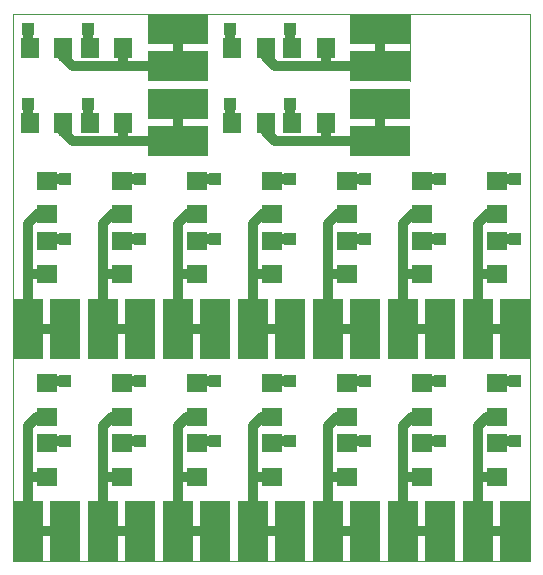
<source format=gbl>
G75*
%MOIN*%
%OFA0B0*%
%FSLAX25Y25*%
%IPPOS*%
%LPD*%
%AMOC8*
5,1,8,0,0,1.08239X$1,22.5*
%
%ADD10C,0.00000*%
%ADD11R,0.07098X0.06299*%
%ADD12R,0.10000X0.20000*%
%ADD13R,0.06299X0.07098*%
%ADD14R,0.20000X0.10000*%
%ADD15R,0.03962X0.03962*%
%ADD16C,0.03200*%
%ADD17C,0.01600*%
D10*
X0001400Y0001400D02*
X0173900Y0001400D01*
X0173900Y0180150D01*
X0173900Y0183275D01*
X0173900Y0183900D01*
X0066400Y0183900D01*
X0002025Y0183900D01*
X0001439Y0183900D01*
X0001400Y0183900D02*
X0001400Y0001400D01*
X0026400Y0001400D02*
X0048900Y0001400D01*
X0051400Y0001400D02*
X0073900Y0001400D01*
X0076400Y0001400D02*
X0098900Y0001400D01*
X0101400Y0001400D02*
X0123900Y0001400D01*
X0126400Y0001400D02*
X0148900Y0001400D01*
X0001400Y0136400D02*
X0001400Y0158900D01*
X0068939Y0183900D02*
X0133900Y0183900D01*
X0133900Y0161400D01*
D11*
X0137650Y0128248D03*
X0137650Y0117052D03*
X0137650Y0108248D03*
X0137650Y0097052D03*
X0112650Y0097052D03*
X0112650Y0108248D03*
X0112650Y0117052D03*
X0112650Y0128248D03*
X0087650Y0128248D03*
X0087650Y0117052D03*
X0087650Y0108248D03*
X0087650Y0097052D03*
X0062650Y0097052D03*
X0062650Y0108248D03*
X0062650Y0117052D03*
X0062650Y0128248D03*
X0037650Y0128248D03*
X0037650Y0117052D03*
X0037650Y0108248D03*
X0037650Y0097052D03*
X0012650Y0097052D03*
X0012650Y0108248D03*
X0012650Y0117052D03*
X0012650Y0128248D03*
X0012650Y0060748D03*
X0012650Y0049552D03*
X0012650Y0040748D03*
X0012650Y0029552D03*
X0037650Y0029552D03*
X0037650Y0040748D03*
X0037650Y0049552D03*
X0037650Y0060748D03*
X0062650Y0060748D03*
X0062650Y0049552D03*
X0062650Y0040748D03*
X0062650Y0029552D03*
X0087650Y0029552D03*
X0087650Y0040748D03*
X0087650Y0049552D03*
X0087650Y0060748D03*
X0112650Y0060748D03*
X0112650Y0049552D03*
X0112650Y0040748D03*
X0112650Y0029552D03*
X0137650Y0029552D03*
X0137650Y0040748D03*
X0137650Y0049552D03*
X0137650Y0060748D03*
X0162650Y0060748D03*
X0162650Y0049552D03*
X0162650Y0040748D03*
X0162650Y0029552D03*
X0162650Y0097052D03*
X0162650Y0108248D03*
X0162650Y0117052D03*
X0162650Y0128248D03*
D12*
X0156400Y0078900D03*
X0143900Y0078900D03*
X0131400Y0078900D03*
X0118900Y0078900D03*
X0106400Y0078900D03*
X0093900Y0078900D03*
X0081400Y0078900D03*
X0068900Y0078900D03*
X0056400Y0078900D03*
X0043900Y0078900D03*
X0031400Y0078900D03*
X0018900Y0078900D03*
X0006400Y0078900D03*
X0006400Y0011400D03*
X0018900Y0011400D03*
X0031400Y0011400D03*
X0043900Y0011400D03*
X0056400Y0011400D03*
X0068900Y0011400D03*
X0081400Y0011400D03*
X0093900Y0011400D03*
X0106400Y0011400D03*
X0118900Y0011400D03*
X0131400Y0011400D03*
X0143900Y0011400D03*
X0156400Y0011400D03*
X0168900Y0011400D03*
X0168900Y0078900D03*
D13*
X0105748Y0147650D03*
X0094552Y0147650D03*
X0085748Y0147650D03*
X0074552Y0147650D03*
X0074552Y0172650D03*
X0085748Y0172650D03*
X0094552Y0172650D03*
X0105748Y0172650D03*
X0038248Y0172650D03*
X0027052Y0172650D03*
X0018248Y0172650D03*
X0007052Y0172650D03*
X0007052Y0147650D03*
X0018248Y0147650D03*
X0027052Y0147650D03*
X0038248Y0147650D03*
D14*
X0056400Y0141400D03*
X0056400Y0153900D03*
X0056400Y0166400D03*
X0056400Y0178900D03*
X0123900Y0178900D03*
X0123900Y0166400D03*
X0123900Y0153900D03*
X0123900Y0141400D03*
D15*
X0118900Y0128900D03*
X0118900Y0108900D03*
X0093900Y0108900D03*
X0093900Y0128900D03*
X0093900Y0153900D03*
X0073900Y0153900D03*
X0073900Y0178900D03*
X0093900Y0178900D03*
X0068900Y0128900D03*
X0068900Y0108900D03*
X0043900Y0108900D03*
X0043900Y0128900D03*
X0026400Y0153900D03*
X0006400Y0153900D03*
X0006400Y0178900D03*
X0026400Y0178900D03*
X0018900Y0128900D03*
X0018900Y0108900D03*
X0018900Y0061400D03*
X0018900Y0041400D03*
X0043900Y0041400D03*
X0043900Y0061400D03*
X0068900Y0061400D03*
X0068900Y0041400D03*
X0093900Y0041400D03*
X0093900Y0061400D03*
X0118900Y0061400D03*
X0118900Y0041400D03*
X0143900Y0041400D03*
X0143900Y0061400D03*
X0168900Y0061400D03*
X0168900Y0041400D03*
X0168900Y0108900D03*
X0168900Y0128900D03*
X0143900Y0128900D03*
X0143900Y0108900D03*
D16*
X0138900Y0108900D01*
X0137650Y0117052D02*
X0134552Y0117052D01*
X0131400Y0113900D01*
X0131400Y0096400D01*
X0132052Y0097052D01*
X0137650Y0097052D01*
X0131400Y0096400D02*
X0131400Y0078900D01*
X0143900Y0078900D01*
X0156400Y0078900D02*
X0168900Y0078900D01*
X0156400Y0078900D02*
X0156400Y0096400D01*
X0157052Y0097052D01*
X0162650Y0097052D01*
X0156400Y0096400D02*
X0156400Y0113900D01*
X0159552Y0117052D01*
X0162650Y0117052D01*
X0163900Y0108900D02*
X0168900Y0108900D01*
X0168900Y0128900D02*
X0163900Y0128900D01*
X0143900Y0128900D02*
X0138900Y0128900D01*
X0123900Y0141400D02*
X0123900Y0153900D01*
X0123900Y0166400D02*
X0123900Y0178900D01*
X0123900Y0166400D02*
X0106400Y0166400D01*
X0105748Y0167052D01*
X0105748Y0172650D01*
X0106400Y0166400D02*
X0088900Y0166400D01*
X0085748Y0169552D01*
X0085748Y0172650D01*
X0093900Y0173900D02*
X0093900Y0178900D01*
X0073900Y0178900D02*
X0073900Y0173900D01*
X0056400Y0178900D02*
X0056400Y0166400D01*
X0038900Y0166400D01*
X0038248Y0167052D01*
X0038248Y0172650D01*
X0038900Y0166400D02*
X0021400Y0166400D01*
X0018248Y0169552D01*
X0018248Y0172650D01*
X0026400Y0173900D02*
X0026400Y0178900D01*
X0006400Y0178900D02*
X0006400Y0173900D01*
X0006400Y0153900D02*
X0006400Y0148900D01*
X0018248Y0147650D02*
X0018248Y0144552D01*
X0021400Y0141400D01*
X0038900Y0141400D01*
X0038248Y0142052D01*
X0038248Y0147650D01*
X0038900Y0141400D02*
X0056400Y0141400D01*
X0056400Y0153900D01*
X0073900Y0153900D02*
X0073900Y0148900D01*
X0085748Y0147650D02*
X0085748Y0144552D01*
X0088900Y0141400D01*
X0106400Y0141400D01*
X0105748Y0142052D01*
X0105748Y0147650D01*
X0106400Y0141400D02*
X0123900Y0141400D01*
X0118900Y0128900D02*
X0113900Y0128900D01*
X0112650Y0117052D02*
X0109552Y0117052D01*
X0106400Y0113900D01*
X0106400Y0096400D01*
X0107052Y0097052D01*
X0112650Y0097052D01*
X0106400Y0096400D02*
X0106400Y0078900D01*
X0118900Y0078900D01*
X0118900Y0061400D02*
X0113900Y0061400D01*
X0112650Y0049552D02*
X0109552Y0049552D01*
X0106400Y0046400D01*
X0106400Y0028900D01*
X0107052Y0029552D01*
X0112650Y0029552D01*
X0106400Y0028900D02*
X0106400Y0011400D01*
X0118900Y0011400D01*
X0131400Y0011400D02*
X0143900Y0011400D01*
X0156400Y0011400D02*
X0168900Y0011400D01*
X0156400Y0011400D02*
X0156400Y0028900D01*
X0157052Y0029552D01*
X0162650Y0029552D01*
X0156400Y0028900D02*
X0156400Y0046400D01*
X0159552Y0049552D01*
X0162650Y0049552D01*
X0163900Y0041400D02*
X0168900Y0041400D01*
X0168900Y0061400D02*
X0163900Y0061400D01*
X0143900Y0061400D02*
X0138900Y0061400D01*
X0137650Y0049552D02*
X0134552Y0049552D01*
X0131400Y0046400D01*
X0131400Y0028900D01*
X0132052Y0029552D01*
X0137650Y0029552D01*
X0131400Y0028900D02*
X0131400Y0011400D01*
X0138900Y0041400D02*
X0143900Y0041400D01*
X0118900Y0041400D02*
X0113900Y0041400D01*
X0093900Y0041400D02*
X0088900Y0041400D01*
X0087650Y0049552D02*
X0084552Y0049552D01*
X0081400Y0046400D01*
X0081400Y0028900D01*
X0082052Y0029552D01*
X0087650Y0029552D01*
X0081400Y0028900D02*
X0081400Y0011400D01*
X0093900Y0011400D01*
X0068900Y0011400D02*
X0056400Y0011400D01*
X0056400Y0028900D01*
X0057052Y0029552D01*
X0062650Y0029552D01*
X0056400Y0028900D02*
X0056400Y0046400D01*
X0059552Y0049552D01*
X0062650Y0049552D01*
X0063900Y0041400D02*
X0068900Y0041400D01*
X0068900Y0061400D02*
X0063900Y0061400D01*
X0068900Y0078900D02*
X0056400Y0078900D01*
X0056400Y0096400D01*
X0057052Y0097052D01*
X0062650Y0097052D01*
X0056400Y0096400D02*
X0056400Y0113900D01*
X0059552Y0117052D01*
X0062650Y0117052D01*
X0063900Y0108900D02*
X0068900Y0108900D01*
X0081400Y0113900D02*
X0081400Y0096400D01*
X0082052Y0097052D01*
X0087650Y0097052D01*
X0081400Y0096400D02*
X0081400Y0078900D01*
X0093900Y0078900D01*
X0093900Y0061400D02*
X0088900Y0061400D01*
X0043900Y0061400D02*
X0038900Y0061400D01*
X0037650Y0049552D02*
X0034552Y0049552D01*
X0031400Y0046400D01*
X0031400Y0028900D01*
X0032052Y0029552D01*
X0037650Y0029552D01*
X0031400Y0028900D02*
X0031400Y0011400D01*
X0043900Y0011400D01*
X0018900Y0011400D02*
X0006400Y0011400D01*
X0006400Y0028900D01*
X0007052Y0029552D01*
X0012650Y0029552D01*
X0006400Y0028900D02*
X0006400Y0046400D01*
X0009552Y0049552D01*
X0012650Y0049552D01*
X0013900Y0041400D02*
X0018900Y0041400D01*
X0018900Y0061400D02*
X0013900Y0061400D01*
X0018900Y0078900D02*
X0006400Y0078900D01*
X0006400Y0096400D01*
X0007052Y0097052D01*
X0012650Y0097052D01*
X0006400Y0096400D02*
X0006400Y0113900D01*
X0009552Y0117052D01*
X0012650Y0117052D01*
X0013900Y0108900D02*
X0018900Y0108900D01*
X0031400Y0113900D02*
X0031400Y0096400D01*
X0032052Y0097052D01*
X0037650Y0097052D01*
X0031400Y0096400D02*
X0031400Y0078900D01*
X0043900Y0078900D01*
X0043900Y0108900D02*
X0038900Y0108900D01*
X0037650Y0117052D02*
X0034552Y0117052D01*
X0031400Y0113900D01*
X0038900Y0128900D02*
X0043900Y0128900D01*
X0063900Y0128900D02*
X0068900Y0128900D01*
X0081400Y0113900D02*
X0084552Y0117052D01*
X0087650Y0117052D01*
X0088900Y0108900D02*
X0093900Y0108900D01*
X0093900Y0128900D02*
X0088900Y0128900D01*
X0093900Y0148900D02*
X0093900Y0153900D01*
X0113900Y0108900D02*
X0118900Y0108900D01*
X0043900Y0041400D02*
X0038900Y0041400D01*
X0018900Y0128900D02*
X0013900Y0128900D01*
X0026400Y0148900D02*
X0026400Y0153900D01*
D17*
X0027052Y0153900D01*
X0027052Y0147650D01*
X0018900Y0128900D02*
X0018900Y0128248D01*
X0012650Y0128248D01*
X0007052Y0147650D02*
X0007052Y0153900D01*
X0006400Y0153900D01*
X0007052Y0172650D02*
X0007052Y0178900D01*
X0006400Y0178900D01*
X0026400Y0178900D02*
X0027052Y0178900D01*
X0027052Y0172650D01*
X0037650Y0128248D02*
X0043900Y0128248D01*
X0043900Y0128900D01*
X0062650Y0128248D02*
X0068900Y0128248D01*
X0068900Y0128900D01*
X0074552Y0147650D02*
X0074552Y0153900D01*
X0073900Y0153900D01*
X0074552Y0172650D02*
X0074552Y0178900D01*
X0073900Y0178900D01*
X0093900Y0178900D02*
X0094552Y0178900D01*
X0094552Y0172650D01*
X0094552Y0153900D02*
X0093900Y0153900D01*
X0094552Y0153900D02*
X0094552Y0147650D01*
X0093900Y0128900D02*
X0093900Y0128248D01*
X0087650Y0128248D01*
X0087650Y0108248D02*
X0093900Y0108248D01*
X0093900Y0108900D01*
X0112650Y0108248D02*
X0118900Y0108248D01*
X0118900Y0108900D01*
X0137650Y0108248D02*
X0143900Y0108248D01*
X0143900Y0108900D01*
X0162650Y0108248D02*
X0168900Y0108248D01*
X0168900Y0108900D01*
X0168900Y0128248D02*
X0162650Y0128248D01*
X0168900Y0128248D02*
X0168900Y0128900D01*
X0143900Y0128900D02*
X0143900Y0128248D01*
X0137650Y0128248D01*
X0118900Y0128248D02*
X0118900Y0128900D01*
X0118900Y0128248D02*
X0112650Y0128248D01*
X0068900Y0108900D02*
X0068900Y0108248D01*
X0062650Y0108248D01*
X0043900Y0108248D02*
X0043900Y0108900D01*
X0043900Y0108248D02*
X0037650Y0108248D01*
X0018900Y0108248D02*
X0018900Y0108900D01*
X0018900Y0108248D02*
X0012650Y0108248D01*
X0018900Y0061400D02*
X0018900Y0060748D01*
X0012650Y0060748D01*
X0018900Y0041400D02*
X0018900Y0040748D01*
X0012650Y0040748D01*
X0037650Y0040748D02*
X0043900Y0040748D01*
X0043900Y0041400D01*
X0062650Y0040748D02*
X0068900Y0040748D01*
X0068900Y0041400D01*
X0068900Y0060748D02*
X0062650Y0060748D01*
X0068900Y0060748D02*
X0068900Y0061400D01*
X0087650Y0060748D02*
X0093900Y0060748D01*
X0093900Y0061400D01*
X0112650Y0060748D02*
X0118900Y0060748D01*
X0118900Y0061400D01*
X0137650Y0060748D02*
X0143900Y0060748D01*
X0143900Y0061400D01*
X0162650Y0060748D02*
X0168900Y0060748D01*
X0168900Y0061400D01*
X0168900Y0041400D02*
X0168900Y0040748D01*
X0162650Y0040748D01*
X0143900Y0040748D02*
X0143900Y0041400D01*
X0143900Y0040748D02*
X0137650Y0040748D01*
X0118900Y0040748D02*
X0118900Y0041400D01*
X0118900Y0040748D02*
X0112650Y0040748D01*
X0093900Y0040748D02*
X0093900Y0041400D01*
X0093900Y0040748D02*
X0087650Y0040748D01*
X0043900Y0060748D02*
X0043900Y0061400D01*
X0043900Y0060748D02*
X0037650Y0060748D01*
M02*

</source>
